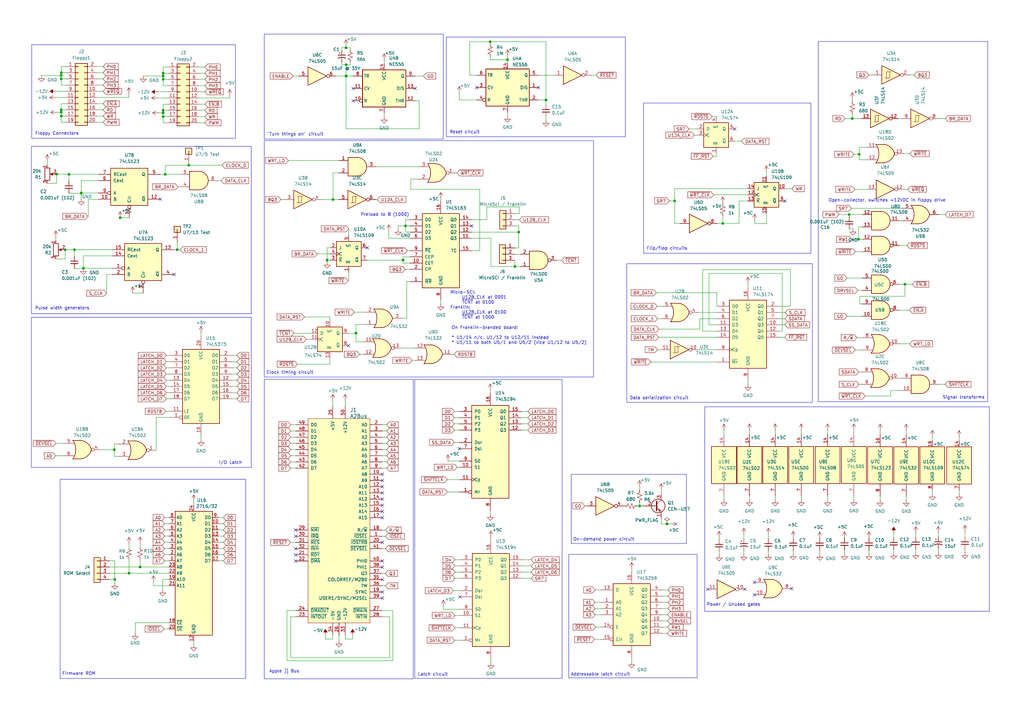
<source format=kicad_sch>
(kicad_sch (version 20230121) (generator eeschema)

  (uuid 56eaaa0c-e1fe-4237-9a20-09a5d3261c04)

  (paper "A3")

  (title_block
    (title "Micro-SCI Floppy Drive Controller")
    (date "2023-07-17")
    (rev "v0.2")
    (company "RyuCats")
  )

  

  (junction (at 352.3996 63.2968) (diameter 0) (color 0 0 0 0)
    (uuid 0eb7f77a-1691-46a5-beb9-708ba98faadf)
  )
  (junction (at 141.9606 31.1912) (diameter 0) (color 0 0 0 0)
    (uuid 13592c1d-8d3a-4a77-9349-f40d5d958c1c)
  )
  (junction (at 49.276 89.3064) (diameter 0) (color 0 0 0 0)
    (uuid 14d45346-d329-43a1-b9b8-64a35b0c2786)
  )
  (junction (at 25.1206 47.5996) (diameter 0) (color 0 0 0 0)
    (uuid 15f43f1c-accb-4895-805a-096f40d54a7a)
  )
  (junction (at 57.4802 232.5624) (diameter 0) (color 0 0 0 0)
    (uuid 227877cb-8d6b-42dd-9f7a-f23170c0b15d)
  )
  (junction (at 66.9036 46.2788) (diameter 0) (color 0 0 0 0)
    (uuid 227ba67b-bd2a-403b-9cca-ece13dfc9a29)
  )
  (junction (at 349.5548 48.6156) (diameter 0) (color 0 0 0 0)
    (uuid 22d6e3b8-95bd-43ec-9b4a-155fdcc0cc26)
  )
  (junction (at 262.3312 207.518) (diameter 0) (color 0 0 0 0)
    (uuid 23e17ec8-9479-4c85-9262-9a7a693e4f16)
  )
  (junction (at 66.9036 32.5628) (diameter 0) (color 0 0 0 0)
    (uuid 2668cc68-5cd8-4256-8d5f-46a4b9c3d00f)
  )
  (junction (at 23.1902 71.3994) (diameter 0) (color 0 0 0 0)
    (uuid 29ede8ec-7163-4f64-b12a-891361f6d83e)
  )
  (junction (at 141.9352 31.1912) (diameter 0) (color 0 0 0 0)
    (uuid 2ad1150c-6a6d-4f48-80de-136a5933bf00)
  )
  (junction (at 66.9036 45.2628) (diameter 0) (color 0 0 0 0)
    (uuid 3676ef53-63ee-4f61-b495-9fda43b885aa)
  )
  (junction (at 52.9082 235.1024) (diameter 0) (color 0 0 0 0)
    (uuid 4047e49c-241f-4070-8ebb-d2175194a5a3)
  )
  (junction (at 25.1206 45.0596) (diameter 0) (color 0 0 0 0)
    (uuid 40a6aa2a-e077-4ccc-98cc-345cab0b77dd)
  )
  (junction (at 25.1206 32.3596) (diameter 0) (color 0 0 0 0)
    (uuid 427efada-0d99-44ee-b65a-61a94a1ba131)
  )
  (junction (at 25.1206 46.0756) (diameter 0) (color 0 0 0 0)
    (uuid 44148518-9c6e-4761-89b6-5d970091b980)
  )
  (junction (at 66.9036 47.8028) (diameter 0) (color 0 0 0 0)
    (uuid 48719128-be50-41b3-839a-ab256d4cf8cc)
  )
  (junction (at 67.7672 71.5264) (diameter 0) (color 0 0 0 0)
    (uuid 5003d7e0-03d4-4a97-9867-30b08d65563e)
  )
  (junction (at 25.1206 29.8196) (diameter 0) (color 0 0 0 0)
    (uuid 5064e6d7-e5c5-4f08-9333-555f72eee4ee)
  )
  (junction (at 208.1784 24.4856) (diameter 0) (color 0 0 0 0)
    (uuid 52c27fbd-9fc4-4e48-90e6-38e3a0d82b5d)
  )
  (junction (at 77.4192 67.7672) (diameter 0) (color 0 0 0 0)
    (uuid 531f59de-cffa-4898-944c-2df625fa4f9d)
  )
  (junction (at 371.1448 116.586) (diameter 0) (color 0 0 0 0)
    (uuid 5481632d-fd31-48d1-9241-3db81d2839df)
  )
  (junction (at 47.0662 237.6424) (diameter 0) (color 0 0 0 0)
    (uuid 581e9f3c-406a-4072-8e53-4bc36d564c9b)
  )
  (junction (at 166.3192 92.6592) (diameter 0) (color 0 0 0 0)
    (uuid 62ec17b1-65c1-4c8e-8373-71d96a4abc8f)
  )
  (junction (at 201.0664 17.1196) (diameter 0) (color 0 0 0 0)
    (uuid 68ac5519-04af-4e05-a4cf-db1e10ee5e75)
  )
  (junction (at 25.1206 30.9626) (diameter 0) (color 0 0 0 0)
    (uuid 6a049e7b-9826-405a-8ee8-2a6dd344f06c)
  )
  (junction (at 212.7504 95.1992) (diameter 0) (color 0 0 0 0)
    (uuid 76f27323-c1b6-4a00-a4f9-70e5b2fc6f64)
  )
  (junction (at 296.418 91.6432) (diameter 0) (color 0 0 0 0)
    (uuid 79353c67-35db-4fb8-abb6-9245fc42cbe6)
  )
  (junction (at 72.6948 102.4128) (diameter 0) (color 0 0 0 0)
    (uuid 7ce3703f-729a-4203-950c-652f669b6459)
  )
  (junction (at 26.7208 102.4128) (diameter 0) (color 0 0 0 0)
    (uuid 8333f7e2-3100-475c-84ac-bd4fd90e46a2)
  )
  (junction (at 141.9098 19.6088) (diameter 0) (color 0 0 0 0)
    (uuid 85293332-46cf-469f-9f14-444ea1474be8)
  )
  (junction (at 145.9992 136.652) (diameter 0) (color 0 0 0 0)
    (uuid 8a6f51da-dbd5-4499-9d4d-062cfa0c7452)
  )
  (junction (at 165.3032 106.68) (diameter 0) (color 0 0 0 0)
    (uuid 977745df-e2a3-4c8b-8cd8-4034ea36c9c3)
  )
  (junction (at 66.9036 30.0228) (diameter 0) (color 0 0 0 0)
    (uuid 9b875f30-8f9b-4b5b-b27e-88f17676d28e)
  )
  (junction (at 33.3502 79.1464) (diameter 0) (color 0 0 0 0)
    (uuid 9f9bb35f-05c9-4917-bf0a-74edb9b5decb)
  )
  (junction (at 352.1456 98.1456) (diameter 0) (color 0 0 0 0)
    (uuid ad2be07c-8a30-4aa7-a902-e507f61e2d74)
  )
  (junction (at 28.2702 71.5264) (diameter 0) (color 0 0 0 0)
    (uuid ad8a0025-e6c4-4a4a-96d1-a3bb46b52a4d)
  )
  (junction (at 134.1628 106.68) (diameter 0) (color 0 0 0 0)
    (uuid ae179397-46b0-4a33-ac43-4aafafbfe5b9)
  )
  (junction (at 273.558 214.884) (diameter 0) (color 0 0 0 0)
    (uuid b0f8be71-f714-4244-b97f-54dbc83dae95)
  )
  (junction (at 276.7076 82.3976) (diameter 0) (color 0 0 0 0)
    (uuid b4a3bb6a-530b-4020-a7aa-af7ad092ce73)
  )
  (junction (at 34.2138 110.0328) (diameter 0) (color 0 0 0 0)
    (uuid b56295da-b4a2-4945-9c4d-f118b61e7a62)
  )
  (junction (at 141.9606 26.5176) (diameter 0) (color 0 0 0 0)
    (uuid b69758b6-d427-4d1f-9770-f7c02da649a6)
  )
  (junction (at 46.8884 184.404) (diameter 0) (color 0 0 0 0)
    (uuid c4f9e4e2-930d-4690-8724-998bb53a0423)
  )
  (junction (at 348.2848 87.9856) (diameter 0) (color 0 0 0 0)
    (uuid c6e410d8-fbfc-44b4-bcd8-be6e4755ff5a)
  )
  (junction (at 211.1756 109.3216) (diameter 0) (color 0 0 0 0)
    (uuid e4552e4c-cca1-4eb3-a435-a3bdac03e800)
  )
  (junction (at 136.5758 81.8388) (diameter 0) (color 0 0 0 0)
    (uuid ed67b67e-a426-4e33-b6fc-58e6ea6d54f9)
  )
  (junction (at 30.5308 102.4128) (diameter 0) (color 0 0 0 0)
    (uuid f08fc34c-75fd-4391-ab9e-36ec8f420cd0)
  )
  (junction (at 33.3502 79.2734) (diameter 0) (color 0 0 0 0)
    (uuid f2487e48-6677-414e-8fde-0accde918ba7)
  )
  (junction (at 223.9264 40.9956) (diameter 0) (color 0 0 0 0)
    (uuid f58bedbe-f86d-4c34-b2d0-1df5e8ec9b59)
  )
  (junction (at 66.9036 31.1658) (diameter 0) (color 0 0 0 0)
    (uuid fd8434a6-ac94-4e1e-834a-b713ca90d0b1)
  )

  (no_connect (at 121.2596 219.9386) (uuid 00079c83-a711-4f95-8171-4707c1ffe4f2))
  (no_connect (at 188.4172 184.023) (uuid 0023254e-99a6-4e38-9aea-036adb434f94))
  (no_connect (at 305.5366 241.681) (uuid 09946f3d-95c5-4e83-bdee-666ac37263df))
  (no_connect (at 220.8784 35.9156) (uuid 0b4616bb-b68c-4768-b13c-bb3ab37b1241))
  (no_connect (at 156.8196 242.7986) (uuid 11d10470-6e67-4a4b-a7d4-b72ef4a9d1ca))
  (no_connect (at 142.9512 141.732) (uuid 2152bf48-a03d-4428-a1b1-5d9930c6322c))
  (no_connect (at 321.9704 82.4484) (uuid 2357aadf-b5b6-4a47-84a0-ec9270bf8db0))
  (no_connect (at 156.8196 202.1586) (uuid 2dd1b146-5821-42d2-b7b7-652f3d37495f))
  (no_connect (at 156.8196 232.6386) (uuid 3885ffd3-fd3b-4dba-b4f6-fb833d8d535c))
  (no_connect (at 121.2596 227.5586) (uuid 3bb3b145-9e54-4d85-a684-3f371eba77c4))
  (no_connect (at 121.2596 230.0986) (uuid 40c3baa7-d5b0-4c7e-89ad-714f7d1d467f))
  (no_connect (at 71.4248 112.5728) (uuid 46481c9d-3219-495e-99d8-4db677316f31))
  (no_connect (at 144.8562 41.3512) (uuid 4e90335f-0b5c-44b6-954e-50c9221d83fb))
  (no_connect (at 309.4228 243.9416) (uuid 55a97291-90c8-48d1-b85b-42536268fe43))
  (no_connect (at 156.8196 197.0786) (uuid 5a352595-70d1-4dc3-83fe-9cc43b2ea3b8))
  (no_connect (at 121.2596 217.3986) (uuid 5c47f2df-94cd-4506-8fb8-5fba0f3f15d4))
  (no_connect (at 301.3456 52.8828) (uuid 67e50e74-ce51-41c4-8715-55e602ab574f))
  (no_connect (at 156.8196 222.4786) (uuid 730a19e5-44b6-4b85-b39d-3319b8b30c0e))
  (no_connect (at 156.8196 209.7786) (uuid 745f3071-b71a-4126-8cfe-b28100f2c83d))
  (no_connect (at 150.6728 101.6) (uuid 7f69b8a6-fd8d-4ebf-9fac-fb9372e95fdf))
  (no_connect (at 156.8196 237.7186) (uuid 83fd2193-17e5-4a27-adca-61ac1df8125e))
  (no_connect (at 324.6628 241.4016) (uuid 878414e4-e89b-4b62-b96a-3a45817a5ccd))
  (no_connect (at 170.2562 36.2712) (uuid 8f8dedf8-ce30-4ef7-94e6-bf4dd6dfbe7d))
  (no_connect (at 156.8196 245.3386) (uuid 956a391a-da2c-4d12-905e-127887b4e204))
  (no_connect (at 121.2596 225.0186) (uuid af4080e4-3e4a-42fa-a388-9422b5495276))
  (no_connect (at 309.4228 238.8616) (uuid b084c7d8-103e-4844-afc5-634992033d4b))
  (no_connect (at 195.4784 35.9156) (uuid bb9f08b1-817c-4157-86a8-001ebeb5682d))
  (no_connect (at 156.8196 194.5386) (uuid bd9d7e14-21b3-4dcd-9f41-a79fe09ce87e))
  (no_connect (at 193.4972 92.6592) (uuid c0166046-6244-47a5-9534-d1f90d7e129b))
  (no_connect (at 156.8196 199.6186) (uuid c06ada5e-2a3b-4df5-9a4d-1d7db4b05dca))
  (no_connect (at 156.8196 207.2386) (uuid cfd67672-d5af-4a82-ac5e-032c54d5ca3f))
  (no_connect (at 290.2966 241.681) (uuid d9ee195d-667c-46b5-8c90-2d715e6afbee))
  (no_connect (at 156.8196 212.3186) (uuid dad0e8de-846b-4927-a07b-a135ef708439))
  (no_connect (at 156.8196 230.0986) (uuid e84d737c-cffc-4102-ae0c-16e7870ea92c))
  (no_connect (at 144.8562 36.2712) (uuid e85963b0-aca1-4e88-8dcc-ea6a2b30aa16))
  (no_connect (at 188.6204 244.8052) (uuid f56a3247-35bc-4734-a52e-0c4d8a7dd57a))
  (no_connect (at 156.8196 204.6986) (uuid f83a257c-1ff9-4bb7-ae91-0221c4808d11))
  (no_connect (at 65.7352 81.6864) (uuid fbba59ff-199c-431d-9558-e8c866b5ce8c))

  (wire (pts (xy 199.6948 84.8868) (xy 199.6948 90.1192))
    (stroke (width 0) (type default))
    (uuid 00574d2a-adbb-461e-bfab-c3030d96eb4f)
  )
  (wire (pts (xy 44.9072 232.5624) (xy 57.4802 232.5624))
    (stroke (width 0) (type default))
    (uuid 0069cff1-7758-4892-937b-381c82fabe50)
  )
  (wire (pts (xy 214.0204 229.5652) (xy 217.8304 229.5652))
    (stroke (width 0) (type default))
    (uuid 007e0ebe-d85a-4638-af77-d1a23acf3dd8)
  )
  (wire (pts (xy 193.4972 102.8192) (xy 196.7484 102.8192))
    (stroke (width 0) (type default))
    (uuid 00886f5c-4976-4610-9ff6-c8245aa5e3db)
  )
  (wire (pts (xy 270.1544 138.3284) (xy 294.0812 138.3284))
    (stroke (width 0) (type default))
    (uuid 00f4b3b9-78f1-4610-b5e0-84f3d25adcc5)
  )
  (wire (pts (xy 25.1206 32.3596) (xy 25.1206 34.8996))
    (stroke (width 0) (type default))
    (uuid 00f7c9a1-a7ec-475d-ae41-a3a9244fac3f)
  )
  (wire (pts (xy 188.3664 196.723) (xy 188.3664 196.6976))
    (stroke (width 0) (type default))
    (uuid 0109a42f-4b31-4ebe-876a-96b722593589)
  )
  (wire (pts (xy 171.9072 52.7812) (xy 171.9072 41.3512))
    (stroke (width 0) (type default))
    (uuid 01e83326-4e98-4d5f-82ec-8f0b7bea881a)
  )
  (wire (pts (xy 271.78 259.7404) (xy 273.7612 259.7404))
    (stroke (width 0) (type default))
    (uuid 039917d2-99a2-4522-8665-986db18d8e31)
  )
  (wire (pts (xy 328.6252 176.403) (xy 328.6252 178.054))
    (stroke (width 0) (type default))
    (uuid 040dbea4-9977-4a31-9393-13ea60b16445)
  )
  (wire (pts (xy 89.6112 219.8624) (xy 91.6432 219.8624))
    (stroke (width 0) (type default))
    (uuid 04752ae3-bfc2-458d-bdc8-afea6c7649ee)
  )
  (wire (pts (xy 314.3504 91.694) (xy 309.5244 91.694))
    (stroke (width 0) (type default))
    (uuid 04a6efa1-aa9e-4645-bd05-c8e4cdf162a6)
  )
  (wire (pts (xy 165.3032 105.3592) (xy 165.3032 106.68))
    (stroke (width 0) (type default))
    (uuid 04c4f103-cb52-4f78-8869-ddd422c5923e)
  )
  (wire (pts (xy 306.7812 156.1084) (xy 306.7812 157.6324))
    (stroke (width 0) (type default))
    (uuid 05420eaf-24bd-4d1e-99bf-3be6ddd68c66)
  )
  (wire (pts (xy 292.0746 47.8028) (xy 293.7256 47.8028))
    (stroke (width 0) (type default))
    (uuid 05c4193c-faca-4502-a4be-7633bebf234d)
  )
  (wire (pts (xy 271.78 254.6604) (xy 273.812 254.6604))
    (stroke (width 0) (type default))
    (uuid 05fc5cc0-bb44-4350-a781-560e0e3b4c4c)
  )
  (wire (pts (xy 117.7036 250.4186) (xy 117.7036 270.9926))
    (stroke (width 0) (type default))
    (uuid 06181ce3-b06b-4529-8cce-dd2810672270)
  )
  (wire (pts (xy 349.5548 46.6852) (xy 349.5548 48.6156))
    (stroke (width 0) (type default))
    (uuid 06218eff-932a-4ad7-ab6b-b89dec2588f6)
  )
  (wire (pts (xy 69.2912 224.9424) (xy 67.5132 224.9424))
    (stroke (width 0) (type default))
    (uuid 064b29a8-f9a3-4267-b587-373d5046518a)
  )
  (wire (pts (xy 214.376 176.3776) (xy 216.4842 176.3776))
    (stroke (width 0) (type default))
    (uuid 0656086a-1f5b-495e-8615-b7c40f0badad)
  )
  (wire (pts (xy 65.7352 71.5264) (xy 67.7672 71.5264))
    (stroke (width 0) (type default))
    (uuid 0658e204-d1d7-4688-850d-e45c9a506c98)
  )
  (wire (pts (xy 170.2562 31.1912) (xy 173.7106 31.1912))
    (stroke (width 0) (type default))
    (uuid 067721b1-e889-468c-8cef-c43830664980)
  )
  (wire (pts (xy 188.2648 168.7576) (xy 186.3852 168.7576))
    (stroke (width 0) (type default))
    (uuid 0754172d-7b54-485f-b2c6-89de78d13fc8)
  )
  (wire (pts (xy 22.9616 39.9796) (xy 27.0256 39.9796))
    (stroke (width 0) (type default))
    (uuid 07851094-48db-4000-b57f-0f0e1e1f126f)
  )
  (wire (pts (xy 180.7972 81.4832) (xy 180.7972 82.4992))
    (stroke (width 0) (type default))
    (uuid 09aa1bf2-8a17-4f34-8d88-8b81ad5c5abb)
  )
  (wire (pts (xy 39.7256 45.0596) (xy 42.2656 45.0596))
    (stroke (width 0) (type default))
    (uuid 09c87717-7ef4-45f4-b64d-0750365e4a24)
  )
  (wire (pts (xy 68.2244 148.336) (xy 69.7484 148.336))
    (stroke (width 0) (type default))
    (uuid 0a0b1b1c-92a4-478c-aa5b-ee031bba2f03)
  )
  (wire (pts (xy 52.9082 235.1024) (xy 69.2912 235.1024))
    (stroke (width 0) (type default))
    (uuid 0b2ece80-3483-4240-b6c8-87d84edcd6a8)
  )
  (wire (pts (xy 68.2244 150.876) (xy 69.7484 150.876))
    (stroke (width 0) (type default))
    (uuid 0b68a056-85b6-48d1-a2cc-038c8a65659f)
  )
  (wire (pts (xy 66.7512 241.9096) (xy 66.7512 237.6424))
    (stroke (width 0) (type default))
    (uuid 0c0c9414-8569-47d0-9bbd-a5c6f7990176)
  )
  (wire (pts (xy 124.9172 129.9972) (xy 135.3312 129.9972))
    (stroke (width 0) (type default))
    (uuid 0c245cbd-de2b-42e4-ad95-41f85b657bc9)
  )
  (wire (pts (xy 352.3996 65.532) (xy 355.4476 65.532))
    (stroke (width 0) (type default))
    (uuid 0c490525-8dc8-42cf-8f5d-14c1f973c5bc)
  )
  (wire (pts (xy 27.0256 27.2796) (xy 25.1206 27.2796))
    (stroke (width 0) (type default))
    (uuid 0d15b18c-8f36-417c-8627-6d7fc247b2d0)
  )
  (wire (pts (xy 269.6972 130.7084) (xy 271.2212 130.7084))
    (stroke (width 0) (type default))
    (uuid 0d5c8966-853d-4aee-89ff-753b20ea3fd6)
  )
  (wire (pts (xy 25.1206 45.0596) (xy 27.0256 45.0596))
    (stroke (width 0) (type default))
    (uuid 0d838062-46de-45e9-bfdd-65e77dd8aee8)
  )
  (wire (pts (xy 67.9704 168.656) (xy 69.7484 168.656))
    (stroke (width 0) (type default))
    (uuid 0e12576a-5d20-430c-b87b-bc4facb73712)
  )
  (wire (pts (xy 350.2152 63.2968) (xy 352.3996 63.2968))
    (stroke (width 0) (type default))
    (uuid 0e4c835e-1a72-4fc8-beef-fd110906edea)
  )
  (wire (pts (xy 214.0204 232.1052) (xy 217.8304 232.1052))
    (stroke (width 0) (type default))
    (uuid 0f094e4b-acc5-4d61-81bb-2d09930a28bd)
  )
  (wire (pts (xy 262.3312 199.644) (xy 262.3312 201.041))
    (stroke (width 0) (type default))
    (uuid 10252dee-e0c1-46aa-b100-90f76de019ec)
  )
  (wire (pts (xy 159.8676 269.7226) (xy 159.8676 252.9586))
    (stroke (width 0) (type default))
    (uuid 103875b5-8d01-45bb-9766-b4bffd2a91ed)
  )
  (wire (pts (xy 171.6024 73.4568) (xy 168.5036 73.4568))
    (stroke (width 0) (type default))
    (uuid 1238dca2-75ce-456c-9355-6d2139e5e0aa)
  )
  (wire (pts (xy 269.5702 125.6284) (xy 271.2212 125.6284))
    (stroke (width 0) (type default))
    (uuid 124b9756-7dbf-43a0-80e7-a46f9a2b36c9)
  )
  (wire (pts (xy 214.376 176.403) (xy 214.376 176.3776))
    (stroke (width 0) (type default))
    (uuid 125e7f04-30f0-4f88-af7b-caf18148782b)
  )
  (wire (pts (xy 319.4812 125.6284) (xy 324.1802 125.6284))
    (stroke (width 0) (type default))
    (uuid 1356113a-513f-4af7-ba9a-3e0eb779f180)
  )
  (wire (pts (xy 244.348 257.2004) (xy 246.38 257.2004))
    (stroke (width 0) (type default))
    (uuid 13a98e74-3895-4860-ace8-42264bd188ca)
  )
  (wire (pts (xy 58.7756 31.1658) (xy 66.9036 31.1658))
    (stroke (width 0) (type default))
    (uuid 141295d1-b5fc-4f78-b6c6-4a5775b63835)
  )
  (wire (pts (xy 188.1124 176.403) (xy 188.1124 176.3776))
    (stroke (width 0) (type default))
    (uuid 14237b2d-35e0-4923-9a7b-d65817700424)
  )
  (wire (pts (xy 188.3664 196.6976) (xy 183.4642 196.6976))
    (stroke (width 0) (type default))
    (uuid 1568cca2-d9ad-41d0-b548-de2df5e16612)
  )
  (wire (pts (xy 368.8588 116.586) (xy 371.1448 116.586))
    (stroke (width 0) (type default))
    (uuid 15776cd5-5e30-4bf6-9cc4-824c5705194c)
  )
  (wire (pts (xy 72.6948 102.4128) (xy 73.8378 102.4128))
    (stroke (width 0) (type default))
    (uuid 161eeac9-3140-408f-bf18-bad1c281881f)
  )
  (wire (pts (xy 157.5562 46.4312) (xy 157.5562 47.9552))
    (stroke (width 0) (type default))
    (uuid 16728753-ca6c-4fe7-8178-d0982b6b4f17)
  )
  (wire (pts (xy 360.9848 203.5556) (xy 360.9848 205.0796))
    (stroke (width 0) (type default))
    (uuid 16755ab3-9878-498d-b781-70eb0a8321ce)
  )
  (wire (pts (xy 136.5758 70.9168) (xy 136.5758 81.8388))
    (stroke (width 0) (type default))
    (uuid 1675ca04-4c5f-4b67-bb62-04a02e0c8b69)
  )
  (wire (pts (xy 156.8196 179.2986) (xy 158.5976 179.2986))
    (stroke (width 0) (type default))
    (uuid 169e61eb-96e8-4c61-89f0-5030d1e7f392)
  )
  (wire (pts (xy 201.3712 109.3216) (xy 201.3712 97.7392))
    (stroke (width 0) (type default))
    (uuid 17d991fb-7651-4a3d-90b7-989e67fb6932)
  )
  (wire (pts (xy 315.1378 219.1766) (xy 315.1378 220.9546))
    (stroke (width 0) (type default))
    (uuid 1901c3db-6846-4baf-a944-eb37755bbafa)
  )
  (wire (pts (xy 25.1206 27.2796) (xy 25.1206 29.8196))
    (stroke (width 0) (type default))
    (uuid 19abd9cd-9670-4f1f-864f-883c3b0782ab)
  )
  (wire (pts (xy 286.4612 128.1684) (xy 294.0812 128.1684))
    (stroke (width 0) (type default))
    (uuid 1a8f27f6-8e7c-4479-9c29-473839a5673e)
  )
  (wire (pts (xy 140.1826 19.6088) (xy 141.9098 19.6088))
    (stroke (width 0) (type default))
    (uuid 1a9949f8-d6e1-44c2-8abb-f0e22252bdef)
  )
  (wire (pts (xy 193.4972 97.7392) (xy 201.3712 97.7392))
    (stroke (width 0) (type default))
    (uuid 1aa04cfe-8dfe-4531-80f7-9c39f6757763)
  )
  (wire (pts (xy 121.2596 186.9186) (xy 119.2276 186.9186))
    (stroke (width 0) (type default))
    (uuid 1af49ea9-2385-422c-915b-da380d233ae8)
  )
  (wire (pts (xy 344.1192 87.9856) (xy 348.2848 87.9856))
    (stroke (width 0) (type default))
    (uuid 1bdb14cd-6438-42dc-b5eb-9f1b82ac6ee8)
  )
  (wire (pts (xy 211.1756 104.2416) (xy 213.3092 104.2416))
    (stroke (width 0) (type default))
    (uuid 1bf36dd4-f692-415d-b903-22a2d1f06abb)
  )
  (wire (pts (xy 271.78 247.0404) (xy 273.939 247.0404))
    (stroke (width 0) (type default))
    (uuid 1df8e6c8-70be-4d44-9611-4958c61c9713)
  )
  (wire (pts (xy 69.2912 230.0224) (xy 67.5132 230.0224))
    (stroke (width 0) (type default))
    (uuid 1e42d8a7-e536-4d54-af0a-127f1462310f)
  )
  (wire (pts (xy 82.4484 178.816) (xy 82.4484 180.34))
    (stroke (width 0) (type default))
    (uuid 20d9c6c4-736f-4ad1-a5ed-f7de55b7f1d5)
  )
  (wire (pts (xy 208.1784 22.9616) (xy 208.1784 24.4856))
    (stroke (width 0) (type default))
    (uuid 213f6e22-e8c8-4492-a379-2322f30f3125)
  )
  (wire (pts (xy 90.678 74.0664) (xy 89.2048 74.0664))
    (stroke (width 0) (type default))
    (uuid 22081a94-28e3-4eac-a972-1e55a9b4b799)
  )
  (wire (pts (xy 186.5884 257.5052) (xy 188.6204 257.5052))
    (stroke (width 0) (type default))
    (uuid 22f92fd4-22c2-49c2-b68f-c98d01d59bb6)
  )
  (wire (pts (xy 133.4516 260.5786) (xy 133.4516 262.1026))
    (stroke (width 0) (type default))
    (uuid 234e4088-7b74-4b83-ac7a-d26a332b7728)
  )
  (wire (pts (xy 68.8086 42.7228) (xy 66.9036 42.7228))
    (stroke (width 0) (type default))
    (uuid 23a385f6-c567-4c32-b440-5de537d5d224)
  )
  (wire (pts (xy 25.1206 45.0596) (xy 25.1206 46.0756))
    (stroke (width 0) (type default))
    (uuid 24b5e0b4-6844-4584-9cc5-77dfd19e9a39)
  )
  (wire (pts (xy 165.3032 105.3592) (xy 168.0972 105.3592))
    (stroke (width 0) (type default))
    (uuid 252e28f1-2826-4f6b-b5a9-8bf0780e68d6)
  )
  (wire (pts (xy 266.9032 148.4376) (xy 267.0556 148.4376))
    (stroke (width 0) (type default))
    (uuid 260647dc-5c22-4300-8f41-c2a808039a1b)
  )
  (wire (pts (xy 244.094 252.1204) (xy 246.38 252.1204))
    (stroke (width 0) (type default))
    (uuid 26970cac-8593-4f8a-9df6-0c3172c51261)
  )
  (wire (pts (xy 188.1632 173.8376) (xy 186.3852 173.8376))
    (stroke (width 0) (type default))
    (uuid 26ddf6b2-550e-415c-8c7d-c6d7c0d5e523)
  )
  (wire (pts (xy 393.3952 179.0954) (xy 393.3952 180.7464))
    (stroke (width 0) (type default))
    (uuid 26e2c626-2054-4bf2-bc0f-17f2cb652a87)
  )
  (wire (pts (xy 350.8248 103.2256) (xy 353.6696 103.2256))
    (stroke (width 0) (type default))
    (uuid 27099863-8b7e-4f4e-9483-231766d037e6)
  )
  (wire (pts (xy 324.1802 110.6424) (xy 288.2392 110.6424))
    (stroke (width 0) (type default))
    (uuid 27b956ed-c09f-4b92-adbb-7df9d3bcc521)
  )
  (wire (pts (xy 188.214 171.2976) (xy 186.3852 171.2976))
    (stroke (width 0) (type default))
    (uuid 28d12758-ff2d-4dc4-9737-1eb7e05cd3dd)
  )
  (wire (pts (xy 142.9512 136.652) (xy 145.9992 136.652))
    (stroke (width 0) (type default))
    (uuid 291d89ff-3591-491a-bea1-d06156d7740c)
  )
  (wire (pts (xy 349.5548 48.6156) (xy 346.6084 48.6156))
    (stroke (width 0) (type default))
    (uuid 29968094-cb34-409f-889a-ef790877f393)
  )
  (wire (pts (xy 135.4328 101.6) (xy 134.1628 101.6))
    (stroke (width 0) (type default))
    (uuid 2acb5921-7af8-4f3f-ad29-3f90022b3486)
  )
  (wire (pts (xy 121.2596 222.4786) (xy 119.2276 222.4786))
    (stroke (width 0) (type default))
    (uuid 2b000f12-7837-4dbb-9b1f-5fedbdeacacc)
  )
  (wire (pts (xy 141.5796 262.1026) (xy 144.6276 262.1026))
    (stroke (width 0) (type default))
    (uuid 2b3e8503-775e-4be7-b759-0f65b7dd6fb9)
  )
  (wire (pts (xy 181.864 249.8852) (xy 188.6204 249.8852))
    (stroke (width 0) (type default))
    (uuid 2b771cda-6ef1-4228-a7b9-606d6089e450)
  )
  (wire (pts (xy 69.2912 214.7824) (xy 67.5132 214.7824))
    (stroke (width 0) (type default))
    (uuid 2b922a83-3308-4215-9822-51cefc25e060)
  )
  (wire (pts (xy 192.6844 30.8356) (xy 192.6844 17.1196))
    (stroke (width 0) (type default))
    (uuid 2bbb70e5-c86d-4125-b3fd-383eda8a636a)
  )
  (wire (pts (xy 145.9992 136.652) (xy 145.9992 140.208))
    (stroke (width 0) (type default))
    (uuid 2bd0af92-7508-40d7-8137-150efcf06ce9)
  )
  (wire (pts (xy 141.9352 31.1912) (xy 141.9352 52.7812))
    (stroke (width 0) (type default))
    (uuid 2c505973-1eb3-4942-becd-c975203b9252)
  )
  (wire (pts (xy 259.08 269.9004) (xy 259.08 271.4244))
    (stroke (width 0) (type default))
    (uuid 2ced7b97-65c3-40c2-855f-899ba28847a9)
  )
  (wire (pts (xy 25.1206 42.5196) (xy 25.1206 45.0596))
    (stroke (width 0) (type default))
    (uuid 2d971387-7e10-4b07-81d6-84dc00b9d4eb)
  )
  (wire (pts (xy 356.362 30.734) (xy 357.886 30.734))
    (stroke (width 0) (type default))
    (uuid 2f68bce5-d72c-4897-b6ff-95016d192940)
  )
  (wire (pts (xy 121.2596 184.3786) (xy 119.2276 184.3786))
    (stroke (width 0) (type default))
    (uuid 319b669a-6a92-4893-9b98-c408df234816)
  )
  (wire (pts (xy 79.4512 263.0424) (xy 79.4512 264.4394))
    (stroke (width 0) (type default))
    (uuid 33099e0a-fa78-4987-9d6f-e97f8bb30e04)
  )
  (wire (pts (xy 213.8172 176.403) (xy 214.376 176.403))
    (stroke (width 0) (type default))
    (uuid 330eb766-294c-41b5-8dbc-b9623757c888)
  )
  (wire (pts (xy 81.5086 35.1028) (xy 84.0486 35.1028))
    (stroke (width 0) (type default))
    (uuid 3321ca68-360f-43c2-96b3-e6b31e08b312)
  )
  (wire (pts (xy 39.7256 37.4396) (xy 42.2656 37.4396))
    (stroke (width 0) (type default))
    (uuid 33859ce5-cded-4922-abe0-c4afb5f18990)
  )
  (wire (pts (xy 145.9992 133.096) (xy 145.9992 136.652))
    (stroke (width 0) (type default))
    (uuid 33ca31fa-84e2-422e-88f1-847a5a145573)
  )
  (wire (pts (xy 244.094 249.5804) (xy 246.38 249.5804))
    (stroke (width 0) (type default))
    (uuid 33fcac58-8184-4d20-a1c4-284cdd66749e)
  )
  (wire (pts (xy 25.1206 29.8196) (xy 27.0256 29.8196))
    (stroke (width 0) (type default))
    (uuid 3417a8d8-27e7-4017-8c55-1a7645d76a1d)
  )
  (wire (pts (xy 64.7446 40.1828) (xy 68.8086 40.1828))
    (stroke (width 0) (type default))
    (uuid 348e1eab-d2c1-4b17-9096-fe568a6ea495)
  )
  (wire (pts (xy 271.78 244.5004) (xy 273.939 244.5004))
    (stroke (width 0) (type default))
    (uuid 34d43017-421d-4833-8ffd-032b2cb1a4d5)
  )
  (wire (pts (xy 33.3502 74.0664) (xy 33.3502 79.1464))
    (stroke (width 0) (type default))
    (uuid 3579f635-6354-42f8-a75c-3f1c4ddbabe0)
  )
  (wire (pts (xy 267.0556 148.4884) (xy 294.0812 148.4884))
    (stroke (width 0) (type default))
    (uuid 366e3e3b-16b9-4813-8093-b0a030f46916)
  )
  (wire (pts (xy 46.8884 187.198) (xy 48.6664 187.198))
    (stroke (width 0) (type default))
    (uuid 36dabc5e-7da5-44d2-9a3b-0b41b99f0479)
  )
  (wire (pts (xy 95.1484 161.036) (xy 97.1804 161.036))
    (stroke (width 0) (type default))
    (uuid 37a63329-bc53-4bc9-a3a4-1ec82f83cda1)
  )
  (wire (pts (xy 95.1484 148.336) (xy 97.1804 148.336))
    (stroke (width 0) (type default))
    (uuid 37f4e18f-a43e-4eb6-81b1-ce9b6990c4bc)
  )
  (wire (pts (xy 166.9288 115.5192) (xy 168.0972 115.5192))
    (stroke (width 0) (type default))
    (uuid 38817953-56b1-4e6d-9248-8bf813deacf0)
  )
  (wire (pts (xy 133.4516 262.1026) (xy 136.4996 262.1026))
    (stroke (width 0) (type default))
    (uuid 38891a5f-796b-4863-8641-e71ba85257a8)
  )
  (wire (pts (xy 356.4128 225.7552) (xy 356.4128 227.0506))
    (stroke (width 0) (type default))
    (uuid 38b47637-5050-47ac-af4f-98392006f2e2)
  )
  (wire (pts (xy 352.552 121.5136) (xy 352.552 124.6632))
    (stroke (width 0) (type default))
    (uuid 38bbb2ba-655f-4fc6-b64c-71279fa91587)
  )
  (wire (pts (xy 156.8196 189.4586) (xy 158.5976 189.4586))
    (stroke (width 0) (type default))
    (uuid 39057a9e-8840-42e9-83e6-4aff46397e01)
  )
  (wire (pts (xy 188.4172 168.783) (xy 188.2648 168.783))
    (stroke (width 0) (type default))
    (uuid 3967a7f7-9cae-4a03-ab22-fbf79e569eef)
  )
  (wire (pts (xy 139.0396 260.5786) (xy 139.0396 262.8646))
    (stroke (width 0) (type default))
    (uuid 39c95b3c-9153-493a-bf90-c97480710e15)
  )
  (wire (pts (xy 276.7076 77.3684) (xy 306.7304 77.3684))
    (stroke (width 0) (type default))
    (uuid 39cb24c1-da17-45ac-a22a-b2797c1ec8d6)
  )
  (wire (pts (xy 188.3664 196.723) (xy 188.4172 196.723))
    (stroke (width 0) (type default))
    (uuid 39e6851e-e98b-4b38-ac47-417d5a1b0d16)
  )
  (wire (pts (xy 41.3004 184.404) (xy 46.8884 184.404))
    (stroke (width 0) (type default))
    (uuid 3a9f8d25-150e-4f10-bfd9-b6eb1252dc52)
  )
  (wire (pts (xy 212.9536 84.8868) (xy 199.6948 84.8868))
    (stroke (width 0) (type default))
    (uuid 3b07724e-288b-47d2-842d-3bb7c521462f)
  )
  (wire (pts (xy 347.3704 129.7432) (xy 353.6188 129.7432))
    (stroke (width 0) (type default))
    (uuid 3b0854d9-c882-4656-b38a-d91434bdd4de)
  )
  (wire (pts (xy 156.8196 184.3786) (xy 158.5976 184.3786))
    (stroke (width 0) (type default))
    (uuid 3b1f80e4-9899-4eba-b63e-89ca6dbb1c37)
  )
  (wire (pts (xy 325.2978 225.8314) (xy 325.2978 227.0506))
    (stroke (width 0) (type default))
    (uuid 3b5fe685-44aa-435c-856c-b0131936263f)
  )
  (wire (pts (xy 156.8196 240.2586) (xy 158.0896 240.2586))
    (stroke (width 0) (type default))
    (uuid 3b8dae4d-f4bc-4417-a381-a0888263da7b)
  )
  (wire (pts (xy 81.5086 45.2628) (xy 84.0486 45.2628))
    (stroke (width 0) (type default))
    (uuid 3c53083b-e778-489a-8a5a-3aef58728150)
  )
  (wire (pts (xy 271.78 257.2004) (xy 273.812 257.2004))
    (stroke (width 0) (type default))
    (uuid 3d31a697-51de-4e0a-a36c-b8e16bc1a8d7)
  )
  (wire (pts (xy 55.5244 255.4224) (xy 55.5244 255.4732))
    (stroke (width 0) (type default))
    (uuid 3d3fab1e-b37f-4852-bd25-3f861271cbb9)
  )
  (wire (pts (xy 259.08 233.1974) (xy 259.08 234.3404))
    (stroke (width 0) (type default))
    (uuid 3d43c4df-5732-4c74-b1d1-0e5d80941e7a)
  )
  (wire (pts (xy 141.9352 52.7812) (xy 171.9072 52.7812))
    (stroke (width 0) (type default))
    (uuid 3dda110d-7a2a-4c29-aebd-62a4e68366d0)
  )
  (wire (pts (xy 214.0204 234.6452) (xy 217.8304 234.6452))
    (stroke (width 0) (type default))
    (uuid 3f5f71cf-4671-493f-adfd-29d112b44546)
  )
  (wire (pts (xy 296.418 88.646) (xy 296.418 91.6432))
    (stroke (width 0) (type default))
    (uuid 4099f960-bb91-49e1-bf30-9ce4f3907b58)
  )
  (wire (pts (xy 220.8784 40.9956) (xy 223.9264 40.9956))
    (stroke (width 0) (type default))
    (uuid 41a9a39b-2cbb-44f0-80fa-514630e8dc44)
  )
  (wire (pts (xy 188.6204 237.1852) (xy 186.5884 237.1852))
    (stroke (width 0) (type default))
    (uuid 42272146-16b6-4961-b697-8d8f07fcfca2)
  )
  (wire (pts (xy 69.2912 219.8624) (xy 67.5132 219.8624))
    (stroke (width 0) (type default))
    (uuid 423ac83c-2820-4103-b475-46dbb6c3c019)
  )
  (wire (pts (xy 188.3156 201.7776) (xy 183.4642 201.7776))
    (stroke (width 0) (type default))
    (uuid 4260c575-11f9-4ef1-ad5f-cbee43830f9b)
  )
  (wire (pts (xy 154.178 68.3768) (xy 171.6024 68.3768))
    (stroke (width 0) (type default))
    (uuid 433226a3-aef3-4bef-9e83-7e8e6566a820)
  )
  (wire (pts (xy 95.1484 150.876) (xy 97.1804 150.876))
    (stroke (width 0) (type default))
    (uuid 4386ef56-a88d-4d19-8f54-59ec26d88a07)
  )
  (wire (pts (xy 303.1236 82.4484) (xy 306.7304 82.4484))
    (stroke (width 0) (type default))
    (uuid 44999f12-341c-4217-a46e-dfd61699ebac)
  )
  (wire (pts (xy 69.2912 222.4024) (xy 67.5132 222.4024))
    (stroke (width 0) (type default))
    (uuid 4566a2a0-6592-4246-b2d5-7715d2ce6563)
  )
  (wire (pts (xy 273.558 214.884) (xy 271.2212 214.884))
    (stroke (width 0) (type default))
    (uuid 45a47d51-b855-4423-bb51-458cfe753fb6)
  )
  (wire (pts (xy 154.1272 81.8388) (xy 154.686 81.8388))
    (stroke (width 0) (type default))
    (uuid 45fefb57-e01b-4797-b7a4-e56e0b2a70bb)
  )
  (wire (pts (xy 52.9082 222.9104) (xy 52.9082 224.4344))
    (stroke (width 0) (type default))
    (uuid 46ab67f8-f711-4e63-a219-1709c00c7dcd)
  )
  (wire (pts (xy 22.9108 97.282) (xy 22.9108 98.6028))
    (stroke (width 0) (type default))
    (uuid 47e81150-f847-4373-94c8-74272ed0d6b8)
  )
  (wire (pts (xy 213.8172 173.863) (xy 214.3252 173.863))
    (stroke (width 0) (type default))
    (uuid 48d9f184-31bd-403f-812a-b8925b43f59d)
  )
  (wire (pts (xy 208.1784 24.4856) (xy 208.1784 25.7556))
    (stroke (width 0) (type default))
    (uuid 48f198fa-4e7c-4caa-a879-e9922c229418)
  )
  (wire (pts (xy 156.8196 219.9386) (xy 158.0896 219.9386))
    (stroke (width 0) (type default))
    (uuid 4907fd95-2adc-4178-91f0-5e7ab6a8d462)
  )
  (wire (pts (xy 89.6112 222.4024) (xy 91.6432 222.4024))
    (stroke (width 0) (type default))
    (uuid 4981531b-a445-425a-985c-35b8db68489f)
  )
  (wire (pts (xy 141.9352 31.1912) (xy 141.9606 31.1912))
    (stroke (width 0) (type default))
    (uuid 49a241a9-90c2-4b7a-bedd-d204d312788e)
  )
  (wire (pts (xy 166.8272 115.57) (xy 166.9288 115.57))
    (stroke (width 0) (type default))
    (uuid 49cc91fd-dd84-4fc1-9692-8fb5e34396a5)
  )
  (wire (pts (xy 43.7388 120.2436) (xy 43.7896 120.2436))
    (stroke (width 0) (type default))
    (uuid 49f73d90-a4b4-4984-9ada-872de592c31d)
  )
  (wire (pts (xy 166.3192 95.1992) (xy 168.0972 95.1992))
    (stroke (width 0) (type default))
    (uuid 49fdc7cd-5779-4afe-82e8-1924159c0fb2)
  )
  (wire (pts (xy 306.7812 116.2304) (xy 306.7812 118.0084))
    (stroke (width 0) (type default))
    (uuid 4a0e8f76-ca6e-4721-992e-d4d4f847c5fd)
  )
  (wire (pts (xy 239.8776 207.518) (xy 240.5888 207.518))
    (stroke (width 0) (type default))
    (uuid 4a2acf95-6f7d-4425-a23c-0cb7cb65edd5)
  )
  (wire (pts (xy 140.1826 26.5176) (xy 141.9606 26.5176))
    (stroke (width 0) (type default))
    (uuid 4a6bcec2-0cdb-4f58-930e-63f866cb2527)
  )
  (wire (pts (xy 135.3312 129.9972) (xy 135.3312 131.572))
    (stroke (width 0) (type default))
    (uuid 4a8387e4-c19b-44cc-9feb-8ae263107b2f)
  )
  (wire (pts (xy 27.0256 42.5196) (xy 25.1206 42.5196))
    (stroke (width 0) (type default))
    (uuid 4af229f5-987e-4c55-9490-6faecb3c88dd)
  )
  (wire (pts (xy 294.0812 133.2484) (xy 290.7792 133.2484))
    (stroke (width 0) (type default))
    (uuid 4b3e831f-a122-4475-bcb9-8db61283b7fb)
  )
  (wire (pts (xy 375.5898 225.3996) (xy 375.5898 226.6696))
    (stroke (width 0) (type default))
    (uuid 4b422eec-f9ee-4120-8d22-d5d00ab5f408)
  )
  (wire (pts (xy 276.7076 91.6432) (xy 276.7076 82.3976))
    (stroke (width 0) (type default))
    (uuid 4c87f223-dc35-4b7b-9e2f-17fe38a876c1)
  )
  (wire (pts (xy 23.2156 71.4248) (xy 23.1648 71.4248))
    (stroke (width 0) (type default))
    (uuid 4c8f8603-2af7-4091-911b-bc7110ad9154)
  )
  (wire (pts (xy 188.3156 201.803) (xy 188.3156 201.7776))
    (stroke (width 0) (type default))
    (uuid 4ca7ba50-1b86-4d8e-ae73-33f61bbbc22b)
  )
  (wire (pts (xy 67.7672 67.7672) (xy 67.7672 71.5264))
    (stroke (width 0) (type default))
    (uuid 4ceffd38-2de5-46a5-a0f7-e842ec3cae1d)
  )
  (wire (pts (xy 156.8196 217.3986) (xy 158.0896 217.3986))
    (stroke (width 0) (type default))
    (uuid 4dc6859c-4634-4b4e-8fad-c1355a95536a)
  )
  (wire (pts (xy 317.9572 176.403) (xy 317.9572 178.054))
    (stroke (width 0) (type default))
    (uuid 4dce062f-fe9c-45ba-bf07-19e677fc1793)
  )
  (wire (pts (xy 385.1148 157.6324) (xy 387.6548 157.6324))
    (stroke (width 0) (type default))
    (uuid 4dde7aee-c1c9-4f18-8bfc-1b6958c65307)
  )
  (wire (pts (xy 81.5086 40.1828) (xy 94.234 40.1828))
    (stroke (width 0) (type default))
    (uuid 4dffd22e-b19b-47f3-854b-ff138b1e6189)
  )
  (wire (pts (xy 63.9064 184.658) (xy 64.0334 184.658))
    (stroke (width 0) (type default))
    (uuid 4fc3c75b-2b15-47d6-9f44-3c0048d976f1)
  )
  (wire (pts (xy 68.2244 161.036) (xy 69.7484 161.036))
    (stroke (width 0) (type default))
    (uuid 4fc5ae12-b524-423e-a64b-06c7f1a248a6)
  )
  (wire (pts (xy 269.6972 143.4084) (xy 271.0942 143.4084))
    (stroke (width 0) (type default))
    (uuid 503cfeda-3806-406b-97d7-dfb204b10ed8)
  )
  (wire (pts (xy 166.2176 110.4392) (xy 168.0972 110.4392))
    (stroke (width 0) (type default))
    (uuid 503d515e-d298-49b3-9128-617c3ddc37ee)
  )
  (wire (pts (xy 214.2236 168.783) (xy 214.2236 168.7576))
    (stroke (width 0) (type default))
    (uuid 5151ee5e-a27f-4647-8844-e7d15f1ade8d)
  )
  (wire (pts (xy 66.9036 32.5628) (xy 68.8086 32.5628))
    (stroke (width 0) (type default))
    (uuid 51d485f7-bfd6-4fd6-8acc-f0dfff888b18)
  )
  (wire (pts (xy 166.7764 130.556) (xy 164.7952 130.556))
    (stroke (width 0) (type default))
    (uuid 51f46faa-d72c-4e35-bc56-5e81ffa15070)
  )
  (wire (pts (xy 69.2912 255.4224) (xy 55.5244 255.4224))
    (stroke (width 0) (type default))
    (uuid 523202d4-2946-4bb5-908b-af87af37ffd7)
  )
  (wire (pts (xy 91.0844 67.7672) (xy 77.4192 67.7672))
    (stroke (width 0) (type default))
    (uuid 52a60d08-2dbf-4619-8a92-9b2345afb6d0)
  )
  (wire (pts (xy 156.8196 191.9986) (xy 158.5976 191.9986))
    (stroke (width 0) (type default))
    (uuid 5416c4df-ea7a-4661-b447-aa109c05d071)
  )
  (wire (pts (xy 65.1256 46.2788) (xy 66.9036 46.2788))
    (stroke (width 0) (type default))
    (uuid 5491647b-0b85-416f-93e0-6c1f9368cd13)
  )
  (wire (pts (xy 23.1648 71.3994) (xy 23.1902 71.3994))
    (stroke (width 0) (type default))
    (uuid 5491fb1e-350e-4e2f-9d5c-f47ad0356699)
  )
  (wire (pts (xy 26.7208 102.4128) (xy 30.5308 102.4128))
    (stroke (width 0) (type default))
    (uuid 55118ca5-8baa-4b75-96a8-00122cf2edf0)
  )
  (wire (pts (xy 34.2138 110.1598) (xy 34.2138 110.0328))
    (stroke (width 0) (type default))
    (uuid 556b4a53-b62f-4252-96c9-9ca89fdc3d20)
  )
  (wire (pts (xy 349.1992 85.4456) (xy 369.8748 85.4456))
    (stroke (width 0) (type default))
    (uuid 55d3f1c2-e517-4981-b285-9922f65640fa)
  )
  (wire (pts (xy 89.6112 227.4824) (xy 91.6432 227.4824))
    (stroke (width 0) (type default))
    (uuid 5648e0ad-7908-45e0-aea0-ff9d8423af02)
  )
  (wire (pts (xy 28.2702 71.3994) (xy 28.2702 71.5264))
    (stroke (width 0) (type default))
    (uuid 5658af5f-d1cd-4663-a1fe-ed5c88f13f38)
  )
  (wire (pts (xy 375.5898 218.5416) (xy 375.5898 220.3196))
    (stroke (width 0) (type default))
    (uuid 56948bf0-737c-45db-941e-683353cd28b0)
  )
  (wire (pts (xy 143.637 26.5176) (xy 143.637 25.6032))
    (stroke (width 0) (type default))
    (uuid 56bb9998-61ef-4e71-a674-95362aced7e1)
  )
  (wire (pts (xy 188.6204 229.5652) (xy 186.5884 229.5652))
    (stroke (width 0) (type default))
    (uuid 56f30c88-ac25-4f56-aaeb-5771d64dd65b)
  )
  (wire (pts (xy 296.418 83.2612) (xy 296.418 83.566))
    (stroke (width 0) (type default))
    (uuid 5766c08c-fa98-4ffa-bbe8-9414ae131a19)
  )
  (wire (pts (xy 350.6216 77.6732) (xy 355.5492 77.6732))
    (stroke (width 0) (type default))
    (uuid 57ac7607-ea2f-40e2-b641-ca4514d3457f)
  )
  (wire (pts (xy 62.9412 238.6584) (xy 62.9412 240.1824))
    (stroke (width 0) (type default))
    (uuid 57b03b87-e2af-4532-b248-556742f50a61)
  )
  (wire (pts (xy 201.3204 270.2052) (xy 201.3204 271.7292))
    (stroke (width 0) (type default))
    (uuid 58caff2d-1d3d-491d-b34e-72cc4f061328)
  )
  (wire (pts (xy 77.4192 67.1068) (xy 77.4192 67.7672))
    (stroke (width 0) (type default))
    (uuid 58e16511-32bc-462d-b687-6385153f3928)
  )
  (wire (pts (xy 223.9264 48.006) (xy 223.9264 49.276))
    (stroke (width 0) (type default))
    (uuid 59bfd61c-8225-4dd8-ad12-5afe7437b3ff)
  )
  (wire (pts (xy 135.3312 149.352) (xy 135.3312 146.812))
    (stroke (width 0) (type default))
    (uuid 5a227e02-fa3c-40d9-a14d-aaff9005e21f)
  )
  (wire (pts (xy 339.4456 203.454) (xy 339.4456 204.978))
    (stroke (width 0) (type default))
    (uuid 5a57304e-934c-4656-9795-a2a8b4a6cf7d)
  )
  (wire (pts (xy 166.3192 92.6592) (xy 166.3192 95.1992))
    (stroke (width 0) (type default))
    (uuid 5a8d9d77-6aca-49ad-b8b1-3977554b3938)
  )
  (wire (pts (xy 223.9264 40.9956) (xy 223.9264 42.926))
    (stroke (width 0) (type default))
    (uuid 5a93a4ea-562e-44c5-b905-3cca52468a57)
  )
  (wire (pts (xy 165.3032 107.8992) (xy 168.0972 107.8992))
    (stroke (width 0) (type default))
    (uuid 5a9c97a0-d3d2-47d7-898f-6943d1784de3)
  )
  (wire (pts (xy 352.1456 98.1456) (xy 353.6696 98.1456))
    (stroke (width 0) (type default))
    (uuid 5ba471de-1093-4326-92c0-2723a5375b7c)
  )
  (wire (pts (xy 69.2912 232.5624) (xy 57.4802 232.5624))
    (stroke (width 0) (type default))
    (uuid 5bb4bce1-7781-49b0-a2e5-2ff3fda530cc)
  )
  (wire (pts (xy 23.1902 71.3994) (xy 28.2702 71.3994))
    (stroke (width 0) (type default))
    (uuid 5bc08166-176c-4bc0-a744-129bef0b5a09)
  )
  (wire (pts (xy 117.7036 270.9926) (xy 161.1376 270.9926))
    (stroke (width 0) (type default))
    (uuid 5d20f513-96f3-45e6-8e6f-df8ab9df89d5)
  )
  (wire (pts (xy 25.1206 34.8996) (xy 27.0256 34.8996))
    (stroke (width 0) (type default))
    (uuid 5d27cbd1-0833-4211-8852-53f61dfeee2f)
  )
  (wire (pts (xy 271.2212 214.884) (xy 271.2212 212.598))
    (stroke (width 0) (type default))
    (uuid 5e0fc28b-2322-45f8-ac8b-3f81af2ed0b1)
  )
  (wire (pts (xy 211.1756 109.3216) (xy 201.3712 109.3216))
    (stroke (width 0) (type default))
    (uuid 5e87eaba-075b-4738-8ff1-ee1157d6e755)
  )
  (wire (pts (xy 365.3028 160.1724) (xy 369.8748 160.1724))
    (stroke (width 0) (type default))
    (uuid 5f0383a7-215e-4f03-85c0-68d3049b999d)
  )
  (wire (pts (xy 346.3544 225.7044) (xy 346.3544 225.552))
    (stroke (width 0) (type default))
    (uuid 5f0f161d-83dc-42ac-b427-ad2e77af7ede)
  )
  (wire (pts (xy 30.5308 110.1598) (xy 34.2138 110.1598))
    (stroke (width 0) (type default))
    (uuid 5fb15627-80e5-473b-beed-b3c3677fed7c)
  )
  (wire (pts (xy 150.6728 106.68) (xy 165.3032 106.68))
    (stroke (width 0) (type default))
    (uuid 6027640f-37e0-42d7-bf20-38ff168b7741)
  )
  (wire (pts (xy 188.4172 173.863) (xy 188.1632 173.863))
    (stroke (width 0) (type default))
    (uuid 605720ed-af1b-4dfc-a387-9deda0016788)
  )
  (wire (pts (xy 136.4996 164.3126) (xy 136.4996 166.5986))
    (stroke (width 0) (type default))
    (uuid 605c18e9-0ab9-4d66-88fd-46675570926a)
  )
  (wire (pts (xy 79.4512 205.5114) (xy 79.4512 207.1624))
    (stroke (width 0) (type default))
    (uuid 60871891-2df0-49f7-be1f-edc791cc21ca)
  )
  (wire (pts (xy 89.6112 212.2424) (xy 91.6432 212.2424))
    (stroke (width 0) (type default))
    (uuid 624fcb26-8478-4879-b948-381a3add81e3)
  )
  (wire (pts (xy 319.4812 128.1684) (xy 322.0212 128.1684))
    (stroke (width 0) (type default))
    (uuid 62dda6bf-06ac-4807-aa1f-d13c2009baa1)
  )
  (wire (pts (xy 288.2392 110.6424) (xy 288.2392 135.7884))
    (stroke (width 0) (type default))
    (uuid 63057f4f-4e69-4e43-9e92-bd81ee732720)
  )
  (wire (pts (xy 33.3502 79.1464) (xy 40.3352 79.1464))
    (stroke (width 0) (type default))
    (uuid 6321416b-30b3-4b93-80cc-2411b8f9b33f)
  )
  (wire (pts (xy 188.0616 181.483) (xy 188.0616 181.4576))
    (stroke (width 0) (type default))
    (uuid 6323875b-d635-4373-85e7-d8dcb2a61c35)
  )
  (wire (pts (xy 201.0664 24.4856) (xy 208.1784 24.4856))
    (stroke (width 0) (type default))
    (uuid 633ec72a-454b-4d3b-af89-ad2036b4d8a4)
  )
  (wire (pts (xy 352.3996 60.452) (xy 355.4476 60.452))
    (stroke (width 0) (type default))
    (uuid 63959264-16ee-4962-ad4c-eafca22a7c90)
  )
  (wire (pts (xy 187.5536 191.643) (xy 188.4172 191.643))
    (stroke (width 0) (type default))
    (uuid 63e18da4-8347-42b2-bd70-13cde09d2d3a)
  )
  (wire (pts (xy 228.5492 106.7816) (xy 230.3272 106.7816))
    (stroke (width 0) (type default))
    (uuid 64a58eeb-d4ee-410c-8ff3-2a88fbb9cb05)
  )
  (wire (pts (xy 134.1628 101.6) (xy 134.1628 106.68))
    (stroke (width 0) (type default))
    (uuid 64af0dbc-1b39-4f10-a8f3-e307cff166e4)
  )
  (wire (pts (xy 188.6204 232.1052) (xy 186.5884 232.1052))
    (stroke (width 0) (type default))
    (uuid 6546e8b9-070e-4734-af73-74371519eb4f)
  )
  (wire (pts (xy 201.0664 17.1196) (xy 201.0664 18.1356))
    (stroke (width 0) (type default))
    (uuid 65726ef2-7724-4050-a8f1-a0d6b0b1f389)
  )
  (wire (pts (xy 212.7504 95.1992) (xy 212.7504 101.7016))
    (stroke (width 0) (type default))
    (uuid 658a61c5-4d22-48b5-955c-1c092cd87e9f)
  )
  (wire (pts (xy 201.3204 220.2688) (xy 201.3204 221.9452))
    (stroke (width 0) (type default))
    (uuid 6606898b-f154-4605-9ad4-74e8d26a44d2)
  )
  (wire (pts (xy 119.2276 269.7226) (xy 159.8676 269.7226))
    (stroke (width 0) (type default))
    (uuid 662978bf-e6e8-4b6b-b7a4-8884a09091f4)
  )
  (wire (pts (xy 352.3488 157.6324) (xy 353.2886 157.6324))
    (stroke (width 0) (type default))
    (uuid 66946c96-058e-4f2f-a437-cc7b6e228f96)
  )
  (wire (pts (xy 213.8172 168.783) (xy 214.2236 168.783))
    (stroke (width 0) (type default))
    (uuid 66f062fa-e1d0-43e7-9013-bc3b428019b1)
  )
  (wire (pts (xy 143.0528 111.76) (xy 143.0528 115.1128))
    (stroke (width 0) (type default))
    (uuid 670e178b-6366-4afa-bd53-5aaa898f7e46)
  )
  (wire (pts (xy 370.6876 62.992) (xy 373.2276 62.992))
    (stroke (width 0) (type default))
    (uuid 6777b30f-0ff3-4c9e-b6a6-05446795408c)
  )
  (wire (pts (xy 134.1628 106.68) (xy 135.4328 106.68))
    (stroke (width 0) (type default))
    (uuid 67859678-f733-4bce-81e0-d25b8ccd0268)
  )
  (wire (pts (xy 23.1902 71.3994) (xy 23.1902 75.2348))
    (stroke (width 0) (type default))
    (uuid 67d3dc2d-538f-4abc-af89-a56dd839af5f)
  )
  (wire (pts (xy 121.2596 252.9586) (xy 119.2276 252.9586))
    (stroke (width 0) (type default))
    (uuid 67dfcd6c-ca86-4af6-8273-7059cbf9ea27)
  )
  (wire (pts (xy 353.6188 124.6632) (xy 352.552 124.6632))
    (stroke (width 0) (type default))
    (uuid 686bc8d2-4be6-4bfe-910d-2dd253b6e95d)
  )
  (wire (pts (xy 368.9096 100.6856) (xy 371.9576 100.6856))
    (stroke (width 0) (type default))
    (uuid 688a0654-a81b-46e2-ae58-020e9b2a8ea7)
  )
  (wire (pts (xy 52.9082 229.5144) (xy 52.9082 235.1024))
    (stroke (width 0) (type default))
    (uuid 68ad8034-034a-4c62-96d1-0f1908f984b9)
  )
  (wire (pts (xy 49.276 89.3064) (xy 53.0352 89.3064))
    (stroke (width 0) (type default))
    (uuid 68e743c6-e514-4989-bf2d-f84abf2c38f8)
  )
  (wire (pts (xy 336.1944 225.806) (xy 336.1944 226.1108))
    (stroke (width 0) (type default))
    (uuid 694680b7-3ea4-4dcd-a040-307d5e24989e)
  )
  (wire (pts (xy 188.2648 168.783) (xy 188.2648 168.7576))
    (stroke (width 0) (type default))
    (uuid 69a5b1af-f60d-4415-a829-f6fb266dc53b)
  )
  (wire (pts (xy 64.7446 37.6428) (xy 68.8086 37.6428))
    (stroke (width 0) (type default))
    (uuid 69ab0450-3de0-4751-b2bc-1877d366a6ab)
  )
  (wire (pts (xy 66.9036 47.8028) (xy 68.8086 47.8028))
    (stroke (width 0) (type default))
    (uuid 69fc3051-11f5-48d8-826a-0deb3deb4996)
  )
  (wire (pts (xy 351.4852 138.4808) (xy 353.5172 138.4808))
    (stroke (width 0) (type default))
    (uuid 6a55a68e-de0e-4d08-823f-f1cf6d4cf9f3)
  )
  (wire (pts (xy 121.2596 181.8386) (xy 119.2276 181.8386))
    (stroke (width 0) (type default))
    (uuid 6a648917-f4bd-4f57-8627-7697b7359582)
  )
  (wire (pts (xy 39.7256 47.5996) (xy 42.2656 47.5996))
    (stroke (width 0) (type default))
    (uuid 6b23b496-1277-4f99-8912-63d968d6ffcd)
  )
  (wire (pts (xy 373.126 30.734) (xy 374.904 30.734))
    (stroke (width 0) (type default))
    (uuid 6b358b45-4a66-4e6b-b83e-076bb50c279c)
  )
  (wire (pts (xy 81.5086 27.4828) (xy 84.0486 27.4828))
    (stroke (width 0) (type default))
    (uuid 6b3fa861-947e-47d3-baef-e368820581a3)
  )
  (wire (pts (xy 290.7792 133.2484) (xy 290.7792 112.1664))
    (stroke (width 0) (type default))
    (uuid 6bf2bb9b-180f-4c87-b935-3195b55aea31)
  )
  (wire (pts (xy 82.4484 136.398) (xy 82.4484 138.176))
    (stroke (width 0)
... [338742 chars truncated]
</source>
